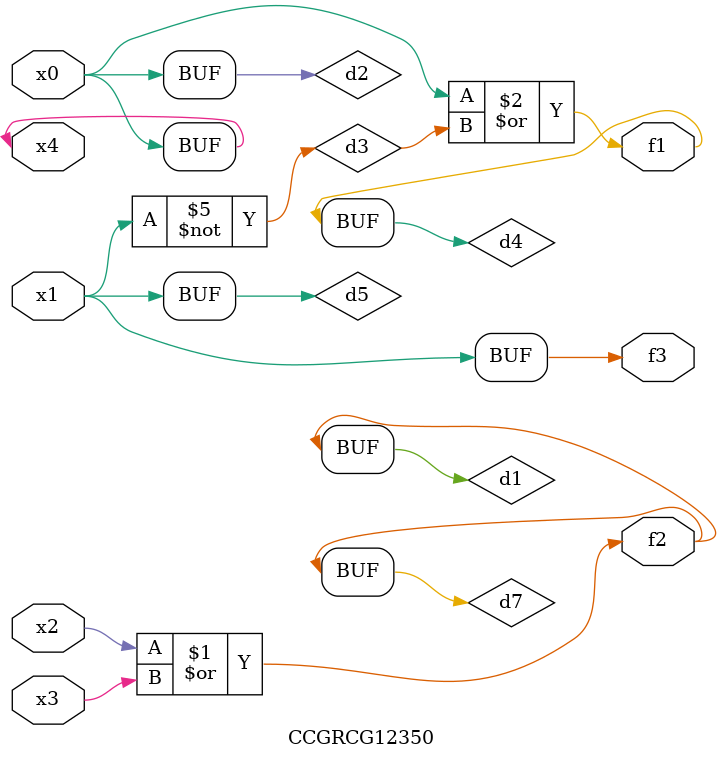
<source format=v>
module CCGRCG12350(
	input x0, x1, x2, x3, x4,
	output f1, f2, f3
);

	wire d1, d2, d3, d4, d5, d6, d7;

	or (d1, x2, x3);
	buf (d2, x0, x4);
	not (d3, x1);
	or (d4, d2, d3);
	not (d5, d3);
	nand (d6, d1, d3);
	or (d7, d1);
	assign f1 = d4;
	assign f2 = d7;
	assign f3 = d5;
endmodule

</source>
